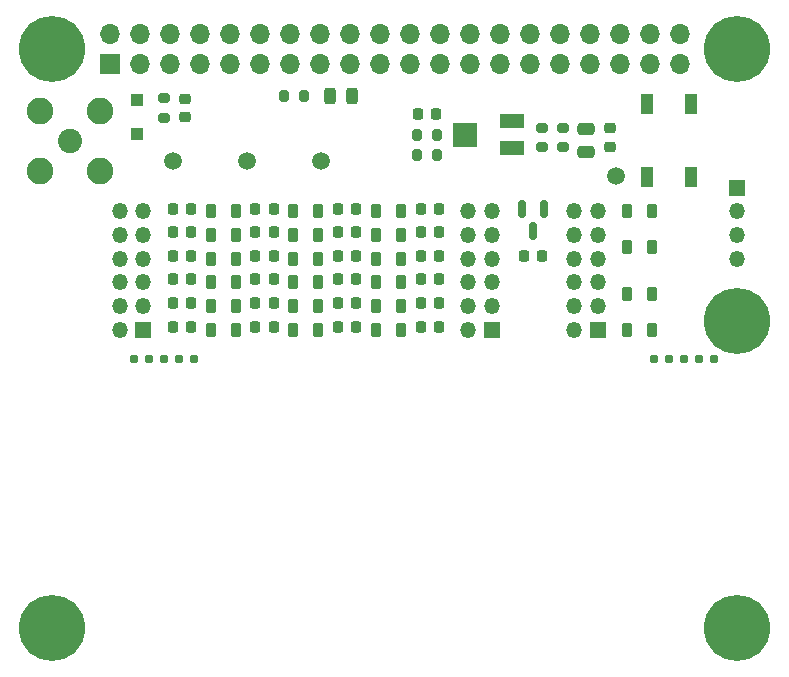
<source format=gbr>
%TF.GenerationSoftware,KiCad,Pcbnew,(6.0.1)*%
%TF.CreationDate,2022-08-09T16:04:10-07:00*%
%TF.ProjectId,WSPR3,57535052-332e-46b6-9963-61645f706362,rev?*%
%TF.SameCoordinates,Original*%
%TF.FileFunction,Soldermask,Top*%
%TF.FilePolarity,Negative*%
%FSLAX46Y46*%
G04 Gerber Fmt 4.6, Leading zero omitted, Abs format (unit mm)*
G04 Created by KiCad (PCBNEW (6.0.1)) date 2022-08-09 16:04:10*
%MOMM*%
%LPD*%
G01*
G04 APERTURE LIST*
G04 Aperture macros list*
%AMRoundRect*
0 Rectangle with rounded corners*
0 $1 Rounding radius*
0 $2 $3 $4 $5 $6 $7 $8 $9 X,Y pos of 4 corners*
0 Add a 4 corners polygon primitive as box body*
4,1,4,$2,$3,$4,$5,$6,$7,$8,$9,$2,$3,0*
0 Add four circle primitives for the rounded corners*
1,1,$1+$1,$2,$3*
1,1,$1+$1,$4,$5*
1,1,$1+$1,$6,$7*
1,1,$1+$1,$8,$9*
0 Add four rect primitives between the rounded corners*
20,1,$1+$1,$2,$3,$4,$5,0*
20,1,$1+$1,$4,$5,$6,$7,0*
20,1,$1+$1,$6,$7,$8,$9,0*
20,1,$1+$1,$8,$9,$2,$3,0*%
G04 Aperture macros list end*
%ADD10R,1.350000X1.350000*%
%ADD11O,1.350000X1.350000*%
%ADD12C,5.600000*%
%ADD13RoundRect,0.225000X0.225000X0.250000X-0.225000X0.250000X-0.225000X-0.250000X0.225000X-0.250000X0*%
%ADD14RoundRect,0.218750X0.218750X0.381250X-0.218750X0.381250X-0.218750X-0.381250X0.218750X-0.381250X0*%
%ADD15RoundRect,0.200000X0.275000X-0.200000X0.275000X0.200000X-0.275000X0.200000X-0.275000X-0.200000X0*%
%ADD16RoundRect,0.225000X-0.250000X0.225000X-0.250000X-0.225000X0.250000X-0.225000X0.250000X0.225000X0*%
%ADD17C,0.787400*%
%ADD18RoundRect,0.200000X-0.200000X-0.275000X0.200000X-0.275000X0.200000X0.275000X-0.200000X0.275000X0*%
%ADD19C,1.500000*%
%ADD20C,2.050000*%
%ADD21C,2.250000*%
%ADD22RoundRect,0.200000X-0.275000X0.200000X-0.275000X-0.200000X0.275000X-0.200000X0.275000X0.200000X0*%
%ADD23RoundRect,0.225000X0.250000X-0.225000X0.250000X0.225000X-0.250000X0.225000X-0.250000X-0.225000X0*%
%ADD24RoundRect,0.150000X-0.150000X0.587500X-0.150000X-0.587500X0.150000X-0.587500X0.150000X0.587500X0*%
%ADD25R,1.100000X1.100000*%
%ADD26R,2.000000X1.300000*%
%ADD27R,2.000000X2.000000*%
%ADD28RoundRect,0.243750X0.243750X0.456250X-0.243750X0.456250X-0.243750X-0.456250X0.243750X-0.456250X0*%
%ADD29RoundRect,0.200000X0.200000X0.275000X-0.200000X0.275000X-0.200000X-0.275000X0.200000X-0.275000X0*%
%ADD30RoundRect,0.250000X-0.475000X0.250000X-0.475000X-0.250000X0.475000X-0.250000X0.475000X0.250000X0*%
%ADD31R,1.100000X1.800000*%
%ADD32R,1.700000X1.700000*%
%ADD33O,1.700000X1.700000*%
G04 APERTURE END LIST*
D10*
%TO.C,J1*%
X99750001Y-77250000D03*
D11*
X97750001Y-77250000D03*
X99750001Y-75250000D03*
X97750001Y-75250000D03*
X99750001Y-73250000D03*
X97750001Y-73250000D03*
X99750001Y-71250000D03*
X97750001Y-71250000D03*
X99750001Y-69250000D03*
X97750001Y-69250000D03*
X99750001Y-67250000D03*
X97750001Y-67250000D03*
%TD*%
D12*
%TO.C,H3*%
X111500000Y-76500000D03*
%TD*%
D13*
%TO.C,C23*%
X79275000Y-69000001D03*
X77725000Y-69000001D03*
%TD*%
%TO.C,C3*%
X86275000Y-77000000D03*
X84725000Y-77000000D03*
%TD*%
D14*
%TO.C,L12*%
X76062500Y-73250000D03*
X73937500Y-73250000D03*
%TD*%
D15*
%TO.C,R2*%
X95000000Y-61825000D03*
X95000000Y-60175000D03*
%TD*%
D14*
%TO.C,L6*%
X76062500Y-77250000D03*
X73937500Y-77250000D03*
%TD*%
D16*
%TO.C,C1*%
X100750000Y-60225000D03*
X100750000Y-61775000D03*
%TD*%
D14*
%TO.C,L16*%
X69062500Y-71250000D03*
X66937500Y-71250000D03*
%TD*%
D10*
%TO.C,J6*%
X111500000Y-65250000D03*
D11*
X111500000Y-67250000D03*
X111500000Y-69250000D03*
X111500000Y-71250000D03*
%TD*%
D17*
%TO.C,H6*%
X107000000Y-79746000D03*
X109540000Y-79746000D03*
X108270000Y-79746000D03*
X104460000Y-79746000D03*
X105730000Y-79746000D03*
%TD*%
D13*
%TO.C,C7*%
X95025000Y-71000000D03*
X93475000Y-71000000D03*
%TD*%
D14*
%TO.C,L10*%
X69062500Y-75250000D03*
X66937500Y-75250000D03*
%TD*%
D17*
%TO.C,H7*%
X60460000Y-79746000D03*
X61730000Y-79746000D03*
X65540000Y-79746000D03*
X64270000Y-79746000D03*
X63000000Y-79746000D03*
%TD*%
D13*
%TO.C,C14*%
X86275000Y-73000000D03*
X84725000Y-73000000D03*
%TD*%
D18*
%TO.C,R6*%
X84425000Y-62500000D03*
X86075000Y-62500000D03*
%TD*%
D14*
%TO.C,L14*%
X83062500Y-71250000D03*
X80937500Y-71250000D03*
%TD*%
D13*
%TO.C,C20*%
X72275000Y-71000001D03*
X70725000Y-71000001D03*
%TD*%
%TO.C,C27*%
X79275000Y-67000000D03*
X77725000Y-67000000D03*
%TD*%
%TO.C,C25*%
X65275001Y-69000000D03*
X63725001Y-69000000D03*
%TD*%
D19*
%TO.C,TP2*%
X101250000Y-64250000D03*
%TD*%
D20*
%TO.C,J3*%
X55000000Y-61250000D03*
D21*
X52460000Y-58710000D03*
X57540000Y-63790000D03*
X52460000Y-63790000D03*
X57540000Y-58710000D03*
%TD*%
D14*
%TO.C,L21*%
X76062500Y-67250000D03*
X73937500Y-67250000D03*
%TD*%
D13*
%TO.C,C26*%
X86275000Y-66999999D03*
X84725000Y-66999999D03*
%TD*%
D12*
%TO.C,H2*%
X111500000Y-53500000D03*
%TD*%
D13*
%TO.C,C9*%
X86275000Y-75000000D03*
X84725000Y-75000000D03*
%TD*%
D14*
%TO.C,L7*%
X69062500Y-77250000D03*
X66937500Y-77250000D03*
%TD*%
D19*
%TO.C,TP1*%
X70000000Y-63000000D03*
%TD*%
D22*
%TO.C,R1*%
X96750000Y-60175000D03*
X96750000Y-61825000D03*
%TD*%
D12*
%TO.C,H1*%
X53500000Y-53500000D03*
%TD*%
D13*
%TO.C,C28*%
X72275001Y-67000000D03*
X70725001Y-67000000D03*
%TD*%
D14*
%TO.C,L18*%
X76062500Y-69250000D03*
X73937500Y-69250000D03*
%TD*%
%TO.C,L20*%
X83062500Y-67250000D03*
X80937500Y-67250000D03*
%TD*%
%TO.C,L1*%
X104312499Y-77250000D03*
X102187499Y-77250000D03*
%TD*%
D10*
%TO.C,J4*%
X90750001Y-77250000D03*
D11*
X88750001Y-77250000D03*
X90750001Y-75250000D03*
X88750001Y-75250000D03*
X90750001Y-73250000D03*
X88750001Y-73250000D03*
X90750001Y-71250000D03*
X88750001Y-71250000D03*
X90750001Y-69250000D03*
X88750001Y-69250000D03*
X90750001Y-67250000D03*
X88750001Y-67250000D03*
%TD*%
D13*
%TO.C,C4*%
X79275000Y-77000000D03*
X77725000Y-77000000D03*
%TD*%
D23*
%TO.C,C13*%
X64750000Y-59275000D03*
X64750000Y-57725000D03*
%TD*%
D24*
%TO.C,Q1*%
X95200000Y-67062500D03*
X93300000Y-67062500D03*
X94250000Y-68937500D03*
%TD*%
D14*
%TO.C,L8*%
X83062500Y-75250000D03*
X80937500Y-75250000D03*
%TD*%
%TO.C,L11*%
X83062500Y-73250000D03*
X80937500Y-73250000D03*
%TD*%
D12*
%TO.C,H5*%
X53500000Y-102500000D03*
%TD*%
D14*
%TO.C,L13*%
X69062500Y-73250000D03*
X66937500Y-73250000D03*
%TD*%
%TO.C,L5*%
X83062500Y-77250000D03*
X80937500Y-77250000D03*
%TD*%
D13*
%TO.C,C6*%
X65275000Y-77000000D03*
X63725000Y-77000000D03*
%TD*%
%TO.C,C11*%
X72275000Y-75000000D03*
X70725000Y-75000000D03*
%TD*%
D19*
%TO.C,TP4*%
X76250000Y-63000000D03*
%TD*%
D13*
%TO.C,C5*%
X72275000Y-77000000D03*
X70725000Y-77000000D03*
%TD*%
D12*
%TO.C,H4*%
X111500000Y-102500000D03*
%TD*%
D25*
%TO.C,D1*%
X60750000Y-57850000D03*
X60750000Y-60650000D03*
%TD*%
D13*
%TO.C,C29*%
X65275000Y-67000000D03*
X63725000Y-67000000D03*
%TD*%
%TO.C,C8*%
X86025000Y-59000000D03*
X84475000Y-59000000D03*
%TD*%
D14*
%TO.C,L22*%
X69062500Y-67250000D03*
X66937500Y-67250000D03*
%TD*%
D22*
%TO.C,R7*%
X63000000Y-57675000D03*
X63000000Y-59325000D03*
%TD*%
D26*
%TO.C,R3*%
X92500000Y-61900000D03*
D27*
X88500000Y-60750000D03*
D26*
X92500000Y-59600000D03*
%TD*%
D14*
%TO.C,L17*%
X83062500Y-69250000D03*
X80937500Y-69250000D03*
%TD*%
D13*
%TO.C,C12*%
X65275000Y-75000000D03*
X63725000Y-75000000D03*
%TD*%
D19*
%TO.C,TP3*%
X63750000Y-63000000D03*
%TD*%
D14*
%TO.C,L4*%
X104312500Y-67250000D03*
X102187500Y-67250000D03*
%TD*%
D13*
%TO.C,C21*%
X65275000Y-71000000D03*
X63725000Y-71000000D03*
%TD*%
D14*
%TO.C,L9*%
X76062500Y-75250000D03*
X73937500Y-75250000D03*
%TD*%
D28*
%TO.C,LED1*%
X78937500Y-57500000D03*
X77062500Y-57500000D03*
%TD*%
D13*
%TO.C,C10*%
X79275000Y-75000000D03*
X77725000Y-75000000D03*
%TD*%
D29*
%TO.C,R5*%
X86075000Y-60750000D03*
X84425000Y-60750000D03*
%TD*%
D13*
%TO.C,C22*%
X86275000Y-69000000D03*
X84725000Y-69000000D03*
%TD*%
D14*
%TO.C,L2*%
X104312500Y-74250000D03*
X102187500Y-74250000D03*
%TD*%
D29*
%TO.C,R4*%
X74825000Y-57500000D03*
X73175000Y-57500000D03*
%TD*%
D13*
%TO.C,C17*%
X65275000Y-73000000D03*
X63725000Y-73000000D03*
%TD*%
D30*
%TO.C,C2*%
X98750000Y-60300000D03*
X98750000Y-62200000D03*
%TD*%
D13*
%TO.C,C18*%
X86275000Y-71000001D03*
X84725000Y-71000001D03*
%TD*%
D31*
%TO.C,SW1*%
X103900000Y-64350000D03*
X103900000Y-58150000D03*
X107600000Y-58150000D03*
X107600000Y-64350000D03*
%TD*%
D14*
%TO.C,L3*%
X104312500Y-70250000D03*
X102187500Y-70250000D03*
%TD*%
%TO.C,L15*%
X76062500Y-71250000D03*
X73937500Y-71250000D03*
%TD*%
D13*
%TO.C,C24*%
X72275000Y-69000000D03*
X70725000Y-69000000D03*
%TD*%
%TO.C,C19*%
X79275000Y-71000000D03*
X77725000Y-71000000D03*
%TD*%
D10*
%TO.C,J5*%
X61250001Y-77250000D03*
D11*
X59250001Y-77250000D03*
X61250001Y-75250000D03*
X59250001Y-75250000D03*
X61250001Y-73250000D03*
X59250001Y-73250000D03*
X61250001Y-71250000D03*
X59250001Y-71250000D03*
X61250001Y-69250000D03*
X59250001Y-69250000D03*
X61250001Y-67250000D03*
X59250001Y-67250000D03*
%TD*%
D13*
%TO.C,C15*%
X79275000Y-73000000D03*
X77725000Y-73000000D03*
%TD*%
D14*
%TO.C,L19*%
X69062500Y-69250000D03*
X66937500Y-69250000D03*
%TD*%
D13*
%TO.C,C16*%
X72275000Y-73000000D03*
X70725000Y-73000000D03*
%TD*%
D32*
%TO.C,J2*%
X58400000Y-54790000D03*
D33*
X58400000Y-52250000D03*
X60940000Y-54790000D03*
X60940000Y-52250000D03*
X63480000Y-54790000D03*
X63480000Y-52250000D03*
X66020000Y-54790000D03*
X66020000Y-52250000D03*
X68560000Y-54790000D03*
X68560000Y-52250000D03*
X71100000Y-54790000D03*
X71100000Y-52250000D03*
X73640000Y-54790000D03*
X73640000Y-52250000D03*
X76180000Y-54790000D03*
X76180000Y-52250000D03*
X78720000Y-54790000D03*
X78720000Y-52250000D03*
X81260000Y-54790000D03*
X81260000Y-52250000D03*
X83800000Y-54790000D03*
X83800000Y-52250000D03*
X86340000Y-54790000D03*
X86340000Y-52250000D03*
X88880000Y-54790000D03*
X88880000Y-52250000D03*
X91420000Y-54790000D03*
X91420000Y-52250000D03*
X93960000Y-54790000D03*
X93960000Y-52250000D03*
X96500000Y-54790000D03*
X96500000Y-52250000D03*
X99040000Y-54790000D03*
X99040000Y-52250000D03*
X101580000Y-54790000D03*
X101580000Y-52250000D03*
X104120000Y-54790000D03*
X104120000Y-52250000D03*
X106660000Y-54790000D03*
X106660000Y-52250000D03*
%TD*%
M02*

</source>
